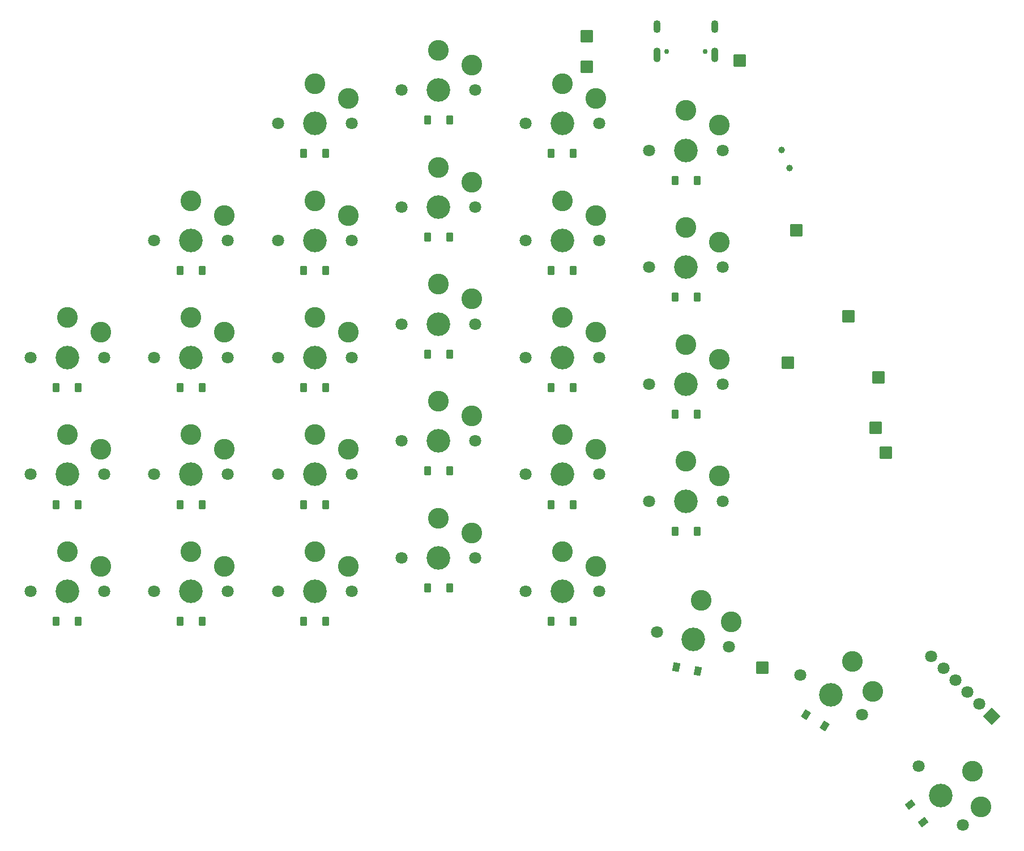
<source format=gbr>
%TF.GenerationSoftware,KiCad,Pcbnew,7.0.1*%
%TF.CreationDate,2023-03-12T20:23:32+01:00*%
%TF.ProjectId,grapto-v3w-left,67726170-746f-42d7-9633-772d6c656674,v1.0.0*%
%TF.SameCoordinates,Original*%
%TF.FileFunction,Soldermask,Top*%
%TF.FilePolarity,Negative*%
%FSLAX46Y46*%
G04 Gerber Fmt 4.6, Leading zero omitted, Abs format (unit mm)*
G04 Created by KiCad (PCBNEW 7.0.1) date 2023-03-12 20:23:32*
%MOMM*%
%LPD*%
G01*
G04 APERTURE LIST*
G04 Aperture macros list*
%AMRoundRect*
0 Rectangle with rounded corners*
0 $1 Rounding radius*
0 $2 $3 $4 $5 $6 $7 $8 $9 X,Y pos of 4 corners*
0 Add a 4 corners polygon primitive as box body*
4,1,4,$2,$3,$4,$5,$6,$7,$8,$9,$2,$3,0*
0 Add four circle primitives for the rounded corners*
1,1,$1+$1,$2,$3*
1,1,$1+$1,$4,$5*
1,1,$1+$1,$6,$7*
1,1,$1+$1,$8,$9*
0 Add four rect primitives between the rounded corners*
20,1,$1+$1,$2,$3,$4,$5,0*
20,1,$1+$1,$4,$5,$6,$7,0*
20,1,$1+$1,$6,$7,$8,$9,0*
20,1,$1+$1,$8,$9,$2,$3,0*%
%AMHorizOval*
0 Thick line with rounded ends*
0 $1 width*
0 $2 $3 position (X,Y) of the first rounded end (center of the circle)*
0 $4 $5 position (X,Y) of the second rounded end (center of the circle)*
0 Add line between two ends*
20,1,$1,$2,$3,$4,$5,0*
0 Add two circle primitives to create the rounded ends*
1,1,$1,$2,$3*
1,1,$1,$4,$5*%
G04 Aperture macros list end*
%ADD10RoundRect,0.050000X0.850000X0.850000X-0.850000X0.850000X-0.850000X-0.850000X0.850000X-0.850000X0*%
%ADD11RoundRect,0.050000X-0.850000X-0.850000X0.850000X-0.850000X0.850000X0.850000X-0.850000X0.850000X0*%
%ADD12C,1.000000*%
%ADD13RoundRect,0.050000X0.000000X-1.202082X1.202082X0.000000X0.000000X1.202082X-1.202082X0.000000X0*%
%ADD14HorizOval,1.800000X0.000000X0.000000X0.000000X0.000000X0*%
%ADD15C,0.750000*%
%ADD16O,1.100000X1.900000*%
%ADD17O,1.100000X2.200000*%
%ADD18C,3.529000*%
%ADD19C,1.801800*%
%ADD20C,3.100000*%
%ADD21RoundRect,0.050000X-0.450000X-0.600000X0.450000X-0.600000X0.450000X0.600000X-0.450000X0.600000X0*%
%ADD22RoundRect,0.050000X-0.560587X-0.498239X0.321345X-0.677670X0.560587X0.498239X-0.321345X0.677670X0*%
%ADD23RoundRect,0.050000X-0.700606X-0.267677X0.060800X-0.747531X0.700606X0.267677X-0.060800X0.747531X0*%
%ADD24RoundRect,0.050000X-0.749996X-0.002488X-0.207610X-0.720693X0.749996X0.002488X0.207610X0.720693X0*%
G04 APERTURE END LIST*
D10*
%TO.C,TP22*%
X343940000Y-191410000D03*
%TD*%
%TO.C,TP18*%
X362330000Y-159290000D03*
%TD*%
%TO.C,TP17*%
X360870000Y-155530000D03*
%TD*%
%TO.C,TP16*%
X347700000Y-145800000D03*
%TD*%
%TO.C,TP15*%
X317650000Y-96950000D03*
%TD*%
%TO.C,TP14*%
X317700000Y-101500000D03*
%TD*%
D11*
%TO.C,TP13*%
X340500000Y-100560000D03*
%TD*%
D10*
%TO.C,TP11*%
X361300000Y-148000000D03*
%TD*%
%TO.C,TP10*%
X356760000Y-138860000D03*
%TD*%
%TO.C,TP1*%
X349000000Y-126000000D03*
%TD*%
D12*
%TO.C,SW31*%
X348007255Y-116669270D03*
X346796619Y-113924391D03*
%TD*%
D13*
%TO.C,J8*%
X378166051Y-198676051D03*
D14*
X376370000Y-196880000D03*
X374573949Y-195083949D03*
X372777897Y-193287897D03*
X370981846Y-191491846D03*
X369185795Y-189695795D03*
%TD*%
D15*
%TO.C,J6*%
X329600000Y-99200000D03*
X335380000Y-99200000D03*
D16*
X328170000Y-95520000D03*
D17*
X328170000Y-99720000D03*
X336810000Y-99720000D03*
D16*
X336810000Y-95520000D03*
%TD*%
D18*
%TO.C,S1*%
X240000000Y-180000000D03*
D19*
X245500000Y-180000000D03*
X234500000Y-180000000D03*
D20*
X245000000Y-176250000D03*
X240000000Y-174050000D03*
%TD*%
D18*
%TO.C,S2*%
X240000000Y-162500000D03*
D19*
X245500000Y-162500000D03*
X234500000Y-162500000D03*
D20*
X245000000Y-158750000D03*
X240000000Y-156550000D03*
%TD*%
D18*
%TO.C,S3*%
X240000000Y-145000000D03*
D19*
X245500000Y-145000000D03*
X234500000Y-145000000D03*
D20*
X245000000Y-141250000D03*
X240000000Y-139050000D03*
%TD*%
D18*
%TO.C,S4*%
X258500000Y-180000000D03*
D19*
X264000000Y-180000000D03*
X253000000Y-180000000D03*
D20*
X263500000Y-176250000D03*
X258500000Y-174050000D03*
%TD*%
D18*
%TO.C,S5*%
X258500000Y-162500000D03*
D19*
X264000000Y-162500000D03*
X253000000Y-162500000D03*
D20*
X263500000Y-158750000D03*
X258500000Y-156550000D03*
%TD*%
D18*
%TO.C,S6*%
X258500000Y-145000000D03*
D19*
X264000000Y-145000000D03*
X253000000Y-145000000D03*
D20*
X263500000Y-141250000D03*
X258500000Y-139050000D03*
%TD*%
D18*
%TO.C,S7*%
X258500000Y-127500000D03*
D19*
X264000000Y-127500000D03*
X253000000Y-127500000D03*
D20*
X263500000Y-123750000D03*
X258500000Y-121550000D03*
%TD*%
D18*
%TO.C,S8*%
X277000000Y-180000000D03*
D19*
X282500000Y-180000000D03*
X271500000Y-180000000D03*
D20*
X282000000Y-176250000D03*
X277000000Y-174050000D03*
%TD*%
D18*
%TO.C,S9*%
X277000000Y-162500000D03*
D19*
X282500000Y-162500000D03*
X271500000Y-162500000D03*
D20*
X282000000Y-158750000D03*
X277000000Y-156550000D03*
%TD*%
D18*
%TO.C,S10*%
X277000000Y-145000000D03*
D19*
X282500000Y-145000000D03*
X271500000Y-145000000D03*
D20*
X282000000Y-141250000D03*
X277000000Y-139050000D03*
%TD*%
D18*
%TO.C,S11*%
X277000000Y-127500000D03*
D19*
X282500000Y-127500000D03*
X271500000Y-127500000D03*
D20*
X282000000Y-123750000D03*
X277000000Y-121550000D03*
%TD*%
D18*
%TO.C,S12*%
X277000000Y-110000000D03*
D19*
X282500000Y-110000000D03*
X271500000Y-110000000D03*
D20*
X282000000Y-106250000D03*
X277000000Y-104050000D03*
%TD*%
D18*
%TO.C,S13*%
X295500000Y-175000000D03*
D19*
X301000000Y-175000000D03*
X290000000Y-175000000D03*
D20*
X300500000Y-171250000D03*
X295500000Y-169050000D03*
%TD*%
D18*
%TO.C,S14*%
X295500000Y-157500000D03*
D19*
X301000000Y-157500000D03*
X290000000Y-157500000D03*
D20*
X300500000Y-153750000D03*
X295500000Y-151550000D03*
%TD*%
D18*
%TO.C,S15*%
X295500000Y-140000000D03*
D19*
X301000000Y-140000000D03*
X290000000Y-140000000D03*
D20*
X300500000Y-136250000D03*
X295500000Y-134050000D03*
%TD*%
D18*
%TO.C,S16*%
X295500000Y-122500000D03*
D19*
X301000000Y-122500000D03*
X290000000Y-122500000D03*
D20*
X300500000Y-118750000D03*
X295500000Y-116550000D03*
%TD*%
D18*
%TO.C,S17*%
X295500000Y-105000000D03*
D19*
X301000000Y-105000000D03*
X290000000Y-105000000D03*
D20*
X300500000Y-101250000D03*
X295500000Y-99050000D03*
%TD*%
D18*
%TO.C,S18*%
X314000000Y-180000000D03*
D19*
X319500000Y-180000000D03*
X308500000Y-180000000D03*
D20*
X319000000Y-176250000D03*
X314000000Y-174050000D03*
%TD*%
D18*
%TO.C,S19*%
X314000000Y-162500000D03*
D19*
X319500000Y-162500000D03*
X308500000Y-162500000D03*
D20*
X319000000Y-158750000D03*
X314000000Y-156550000D03*
%TD*%
D18*
%TO.C,S20*%
X314000000Y-145000000D03*
D19*
X319500000Y-145000000D03*
X308500000Y-145000000D03*
D20*
X319000000Y-141250000D03*
X314000000Y-139050000D03*
%TD*%
D18*
%TO.C,S21*%
X314000000Y-127500000D03*
D19*
X319500000Y-127500000D03*
X308500000Y-127500000D03*
D20*
X319000000Y-123750000D03*
X314000000Y-121550000D03*
%TD*%
D18*
%TO.C,S22*%
X314000000Y-110000000D03*
D19*
X319500000Y-110000000D03*
X308500000Y-110000000D03*
D20*
X319000000Y-106250000D03*
X314000000Y-104050000D03*
%TD*%
D18*
%TO.C,S23*%
X332500000Y-166500000D03*
D19*
X338000000Y-166500000D03*
X327000000Y-166500000D03*
D20*
X337500000Y-162750000D03*
X332500000Y-160550000D03*
%TD*%
D18*
%TO.C,S24*%
X332500000Y-149000000D03*
D19*
X338000000Y-149000000D03*
X327000000Y-149000000D03*
D20*
X337500000Y-145250000D03*
X332500000Y-143050000D03*
%TD*%
D18*
%TO.C,S25*%
X332500000Y-131500000D03*
D19*
X338000000Y-131500000D03*
X327000000Y-131500000D03*
D20*
X337500000Y-127750000D03*
X332500000Y-125550000D03*
%TD*%
D18*
%TO.C,S26*%
X332500000Y-114000000D03*
D19*
X338000000Y-114000000D03*
X327000000Y-114000000D03*
D20*
X337500000Y-110250000D03*
X332500000Y-108050000D03*
%TD*%
D18*
%TO.C,S27*%
X333570938Y-187220653D03*
D19*
X338960524Y-188317177D03*
X328181352Y-186124129D03*
D20*
X339218191Y-184542775D03*
X334757177Y-181390101D03*
%TD*%
D18*
%TO.C,S28*%
X354200006Y-195496761D03*
D19*
X358853045Y-198429205D03*
X349546967Y-192564317D03*
D20*
X360429435Y-194990092D03*
X357372377Y-190463019D03*
%TD*%
D18*
%TO.C,S29*%
X370566700Y-210536167D03*
D19*
X373881281Y-214925194D03*
X367252119Y-206147140D03*
D20*
X376572473Y-212266250D03*
X375314829Y-206950393D03*
%TD*%
D18*
%TO.C,S88*%
X240000000Y-180000000D03*
D19*
X245500000Y-180000000D03*
X234500000Y-180000000D03*
D20*
X245000000Y-176250000D03*
X240000000Y-174050000D03*
%TD*%
D18*
%TO.C,S89*%
X240000000Y-162500000D03*
D19*
X245500000Y-162500000D03*
X234500000Y-162500000D03*
D20*
X245000000Y-158750000D03*
X240000000Y-156550000D03*
%TD*%
D18*
%TO.C,S90*%
X240000000Y-145000000D03*
D19*
X245500000Y-145000000D03*
X234500000Y-145000000D03*
D20*
X245000000Y-141250000D03*
X240000000Y-139050000D03*
%TD*%
D18*
%TO.C,S91*%
X258500000Y-180000000D03*
D19*
X264000000Y-180000000D03*
X253000000Y-180000000D03*
D20*
X263500000Y-176250000D03*
X258500000Y-174050000D03*
%TD*%
D18*
%TO.C,S92*%
X258500000Y-162500000D03*
D19*
X264000000Y-162500000D03*
X253000000Y-162500000D03*
D20*
X263500000Y-158750000D03*
X258500000Y-156550000D03*
%TD*%
D18*
%TO.C,S93*%
X258500000Y-145000000D03*
D19*
X264000000Y-145000000D03*
X253000000Y-145000000D03*
D20*
X263500000Y-141250000D03*
X258500000Y-139050000D03*
%TD*%
D18*
%TO.C,S94*%
X258500000Y-127500000D03*
D19*
X264000000Y-127500000D03*
X253000000Y-127500000D03*
D20*
X263500000Y-123750000D03*
X258500000Y-121550000D03*
%TD*%
D18*
%TO.C,S95*%
X277000000Y-180000000D03*
D19*
X282500000Y-180000000D03*
X271500000Y-180000000D03*
D20*
X282000000Y-176250000D03*
X277000000Y-174050000D03*
%TD*%
D18*
%TO.C,S96*%
X277000000Y-162500000D03*
D19*
X282500000Y-162500000D03*
X271500000Y-162500000D03*
D20*
X282000000Y-158750000D03*
X277000000Y-156550000D03*
%TD*%
D18*
%TO.C,S97*%
X277000000Y-145000000D03*
D19*
X282500000Y-145000000D03*
X271500000Y-145000000D03*
D20*
X282000000Y-141250000D03*
X277000000Y-139050000D03*
%TD*%
D18*
%TO.C,S98*%
X277000000Y-127500000D03*
D19*
X282500000Y-127500000D03*
X271500000Y-127500000D03*
D20*
X282000000Y-123750000D03*
X277000000Y-121550000D03*
%TD*%
D18*
%TO.C,S99*%
X277000000Y-110000000D03*
D19*
X282500000Y-110000000D03*
X271500000Y-110000000D03*
D20*
X282000000Y-106250000D03*
X277000000Y-104050000D03*
%TD*%
D18*
%TO.C,S100*%
X295500000Y-175000000D03*
D19*
X301000000Y-175000000D03*
X290000000Y-175000000D03*
D20*
X300500000Y-171250000D03*
X295500000Y-169050000D03*
%TD*%
D18*
%TO.C,S101*%
X295500000Y-157500000D03*
D19*
X301000000Y-157500000D03*
X290000000Y-157500000D03*
D20*
X300500000Y-153750000D03*
X295500000Y-151550000D03*
%TD*%
D18*
%TO.C,S102*%
X295500000Y-140000000D03*
D19*
X301000000Y-140000000D03*
X290000000Y-140000000D03*
D20*
X300500000Y-136250000D03*
X295500000Y-134050000D03*
%TD*%
D18*
%TO.C,S103*%
X295500000Y-122500000D03*
D19*
X301000000Y-122500000D03*
X290000000Y-122500000D03*
D20*
X300500000Y-118750000D03*
X295500000Y-116550000D03*
%TD*%
D18*
%TO.C,S104*%
X295500000Y-105000000D03*
D19*
X301000000Y-105000000D03*
X290000000Y-105000000D03*
D20*
X300500000Y-101250000D03*
X295500000Y-99050000D03*
%TD*%
D18*
%TO.C,S105*%
X314000000Y-180000000D03*
D19*
X319500000Y-180000000D03*
X308500000Y-180000000D03*
D20*
X319000000Y-176250000D03*
X314000000Y-174050000D03*
%TD*%
D18*
%TO.C,S106*%
X314000000Y-162500000D03*
D19*
X319500000Y-162500000D03*
X308500000Y-162500000D03*
D20*
X319000000Y-158750000D03*
X314000000Y-156550000D03*
%TD*%
D18*
%TO.C,S107*%
X314000000Y-145000000D03*
D19*
X319500000Y-145000000D03*
X308500000Y-145000000D03*
D20*
X319000000Y-141250000D03*
X314000000Y-139050000D03*
%TD*%
D18*
%TO.C,S108*%
X314000000Y-127500000D03*
D19*
X319500000Y-127500000D03*
X308500000Y-127500000D03*
D20*
X319000000Y-123750000D03*
X314000000Y-121550000D03*
%TD*%
D18*
%TO.C,S109*%
X314000000Y-110000000D03*
D19*
X319500000Y-110000000D03*
X308500000Y-110000000D03*
D20*
X319000000Y-106250000D03*
X314000000Y-104050000D03*
%TD*%
D18*
%TO.C,S110*%
X332500000Y-166500000D03*
D19*
X338000000Y-166500000D03*
X327000000Y-166500000D03*
D20*
X337500000Y-162750000D03*
X332500000Y-160550000D03*
%TD*%
D18*
%TO.C,S111*%
X332500000Y-149000000D03*
D19*
X338000000Y-149000000D03*
X327000000Y-149000000D03*
D20*
X337500000Y-145250000D03*
X332500000Y-143050000D03*
%TD*%
D18*
%TO.C,S112*%
X332500000Y-131500000D03*
D19*
X338000000Y-131500000D03*
X327000000Y-131500000D03*
D20*
X337500000Y-127750000D03*
X332500000Y-125550000D03*
%TD*%
D18*
%TO.C,S113*%
X332500000Y-114000000D03*
D19*
X338000000Y-114000000D03*
X327000000Y-114000000D03*
D20*
X337500000Y-110250000D03*
X332500000Y-108050000D03*
%TD*%
D18*
%TO.C,S114*%
X333570938Y-187220653D03*
D19*
X338960524Y-188317177D03*
X328181352Y-186124129D03*
D20*
X339218191Y-184542775D03*
X334757177Y-181390101D03*
%TD*%
D18*
%TO.C,S115*%
X354200006Y-195496761D03*
D19*
X358853045Y-198429205D03*
X349546967Y-192564317D03*
D20*
X360429435Y-194990092D03*
X357372377Y-190463019D03*
%TD*%
D18*
%TO.C,S116*%
X370566700Y-210536167D03*
D19*
X373881281Y-214925194D03*
X367252119Y-206147140D03*
D20*
X376572473Y-212266250D03*
X375314829Y-206950393D03*
%TD*%
D21*
%TO.C,D88*%
X238350000Y-184500000D03*
X241650000Y-184500000D03*
%TD*%
%TO.C,D89*%
X238350000Y-167000000D03*
X241650000Y-167000000D03*
%TD*%
%TO.C,D90*%
X238350000Y-149500000D03*
X241650000Y-149500000D03*
%TD*%
%TO.C,D91*%
X256850000Y-184500000D03*
X260150000Y-184500000D03*
%TD*%
%TO.C,D92*%
X256850000Y-167000000D03*
X260150000Y-167000000D03*
%TD*%
%TO.C,D93*%
X256850000Y-149500000D03*
X260150000Y-149500000D03*
%TD*%
%TO.C,D94*%
X256850000Y-132000000D03*
X260150000Y-132000000D03*
%TD*%
%TO.C,D95*%
X275350000Y-184500000D03*
X278650000Y-184500000D03*
%TD*%
%TO.C,D96*%
X275350000Y-167000000D03*
X278650000Y-167000000D03*
%TD*%
%TO.C,D97*%
X275350000Y-149500000D03*
X278650000Y-149500000D03*
%TD*%
%TO.C,D98*%
X275350000Y-132000000D03*
X278650000Y-132000000D03*
%TD*%
%TO.C,D99*%
X275350000Y-114500000D03*
X278650000Y-114500000D03*
%TD*%
%TO.C,D100*%
X293850000Y-179500000D03*
X297150000Y-179500000D03*
%TD*%
%TO.C,D101*%
X293850000Y-162000000D03*
X297150000Y-162000000D03*
%TD*%
%TO.C,D102*%
X293850000Y-144500000D03*
X297150000Y-144500000D03*
%TD*%
%TO.C,D103*%
X293850000Y-127000000D03*
X297150000Y-127000000D03*
%TD*%
%TO.C,D104*%
X293850000Y-109500000D03*
X297150000Y-109500000D03*
%TD*%
%TO.C,D105*%
X312350000Y-184500000D03*
X315650000Y-184500000D03*
%TD*%
%TO.C,D106*%
X312350000Y-167000000D03*
X315650000Y-167000000D03*
%TD*%
%TO.C,D107*%
X312350000Y-149500000D03*
X315650000Y-149500000D03*
%TD*%
%TO.C,D108*%
X312350000Y-132000000D03*
X315650000Y-132000000D03*
%TD*%
%TO.C,D109*%
X312350000Y-114500000D03*
X315650000Y-114500000D03*
%TD*%
%TO.C,D110*%
X330850000Y-171000000D03*
X334150000Y-171000000D03*
%TD*%
%TO.C,D111*%
X330850000Y-153500000D03*
X334150000Y-153500000D03*
%TD*%
%TO.C,D112*%
X330850000Y-136000000D03*
X334150000Y-136000000D03*
%TD*%
%TO.C,D113*%
X330850000Y-118500000D03*
X334150000Y-118500000D03*
%TD*%
D22*
%TO.C,D114*%
X331056907Y-191301358D03*
X334290659Y-191959272D03*
%TD*%
D23*
%TO.C,D115*%
X350404822Y-198424060D03*
X353196646Y-200183526D03*
%TD*%
D24*
%TO.C,D116*%
X365981304Y-211931388D03*
X367970052Y-214564804D03*
%TD*%
M02*

</source>
